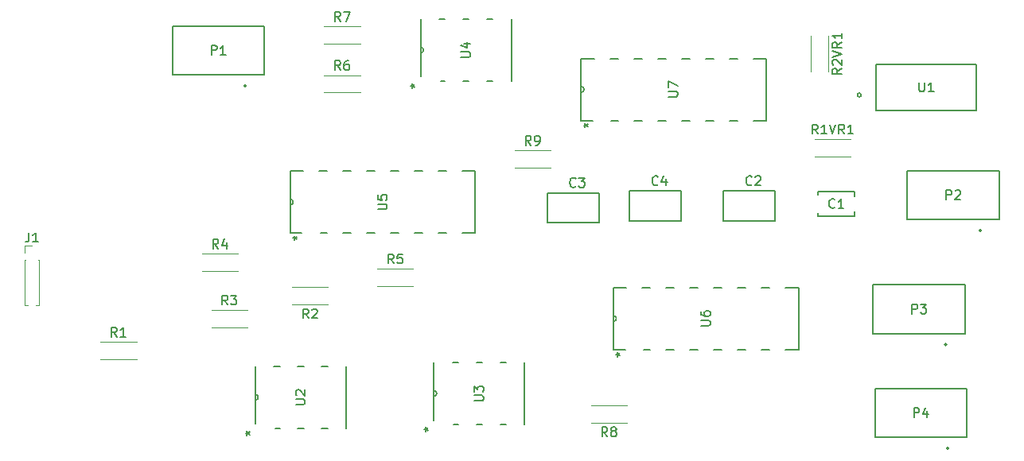
<source format=gbr>
%TF.GenerationSoftware,KiCad,Pcbnew,9.0.4*%
%TF.CreationDate,2025-12-16T09:54:38-07:00*%
%TF.ProjectId,BSPD kicad project,42535044-206b-4696-9361-642070726f6a,rev?*%
%TF.SameCoordinates,Original*%
%TF.FileFunction,Legend,Top*%
%TF.FilePolarity,Positive*%
%FSLAX46Y46*%
G04 Gerber Fmt 4.6, Leading zero omitted, Abs format (unit mm)*
G04 Created by KiCad (PCBNEW 9.0.4) date 2025-12-16 09:54:38*
%MOMM*%
%LPD*%
G01*
G04 APERTURE LIST*
%ADD10C,0.150000*%
%ADD11C,0.152400*%
%ADD12C,0.120000*%
%ADD13C,0.127000*%
G04 APERTURE END LIST*
D10*
X186249205Y-106258319D02*
X186249205Y-105258319D01*
X186249205Y-105258319D02*
X186630157Y-105258319D01*
X186630157Y-105258319D02*
X186725395Y-105305938D01*
X186725395Y-105305938D02*
X186773014Y-105353557D01*
X186773014Y-105353557D02*
X186820633Y-105448795D01*
X186820633Y-105448795D02*
X186820633Y-105591652D01*
X186820633Y-105591652D02*
X186773014Y-105686890D01*
X186773014Y-105686890D02*
X186725395Y-105734509D01*
X186725395Y-105734509D02*
X186630157Y-105782128D01*
X186630157Y-105782128D02*
X186249205Y-105782128D01*
X187677776Y-105591652D02*
X187677776Y-106258319D01*
X187439681Y-105210700D02*
X187201586Y-105924985D01*
X187201586Y-105924985D02*
X187820633Y-105924985D01*
X120454819Y-104901904D02*
X121264342Y-104901904D01*
X121264342Y-104901904D02*
X121359580Y-104854285D01*
X121359580Y-104854285D02*
X121407200Y-104806666D01*
X121407200Y-104806666D02*
X121454819Y-104711428D01*
X121454819Y-104711428D02*
X121454819Y-104520952D01*
X121454819Y-104520952D02*
X121407200Y-104425714D01*
X121407200Y-104425714D02*
X121359580Y-104378095D01*
X121359580Y-104378095D02*
X121264342Y-104330476D01*
X121264342Y-104330476D02*
X120454819Y-104330476D01*
X120550057Y-103901904D02*
X120502438Y-103854285D01*
X120502438Y-103854285D02*
X120454819Y-103759047D01*
X120454819Y-103759047D02*
X120454819Y-103520952D01*
X120454819Y-103520952D02*
X120502438Y-103425714D01*
X120502438Y-103425714D02*
X120550057Y-103378095D01*
X120550057Y-103378095D02*
X120645295Y-103330476D01*
X120645295Y-103330476D02*
X120740533Y-103330476D01*
X120740533Y-103330476D02*
X120883390Y-103378095D01*
X120883390Y-103378095D02*
X121454819Y-103949523D01*
X121454819Y-103949523D02*
X121454819Y-103330476D01*
X115120819Y-107949999D02*
X115358914Y-107949999D01*
X115263676Y-108188094D02*
X115358914Y-107949999D01*
X115358914Y-107949999D02*
X115263676Y-107711904D01*
X115549390Y-108092856D02*
X115358914Y-107949999D01*
X115358914Y-107949999D02*
X115549390Y-107807142D01*
X115120819Y-107949999D02*
X115358914Y-107949999D01*
X115263676Y-108188094D02*
X115358914Y-107949999D01*
X115358914Y-107949999D02*
X115263676Y-107711904D01*
X115549390Y-108092856D02*
X115358914Y-107949999D01*
X115358914Y-107949999D02*
X115549390Y-107807142D01*
X92066666Y-86584819D02*
X92066666Y-87299104D01*
X92066666Y-87299104D02*
X92019047Y-87441961D01*
X92019047Y-87441961D02*
X91923809Y-87537200D01*
X91923809Y-87537200D02*
X91780952Y-87584819D01*
X91780952Y-87584819D02*
X91685714Y-87584819D01*
X93066666Y-87584819D02*
X92495238Y-87584819D01*
X92780952Y-87584819D02*
X92780952Y-86584819D01*
X92780952Y-86584819D02*
X92685714Y-86727676D01*
X92685714Y-86727676D02*
X92590476Y-86822914D01*
X92590476Y-86822914D02*
X92495238Y-86870533D01*
X169008333Y-81464580D02*
X168960714Y-81512200D01*
X168960714Y-81512200D02*
X168817857Y-81559819D01*
X168817857Y-81559819D02*
X168722619Y-81559819D01*
X168722619Y-81559819D02*
X168579762Y-81512200D01*
X168579762Y-81512200D02*
X168484524Y-81416961D01*
X168484524Y-81416961D02*
X168436905Y-81321723D01*
X168436905Y-81321723D02*
X168389286Y-81131247D01*
X168389286Y-81131247D02*
X168389286Y-80988390D01*
X168389286Y-80988390D02*
X168436905Y-80797914D01*
X168436905Y-80797914D02*
X168484524Y-80702676D01*
X168484524Y-80702676D02*
X168579762Y-80607438D01*
X168579762Y-80607438D02*
X168722619Y-80559819D01*
X168722619Y-80559819D02*
X168817857Y-80559819D01*
X168817857Y-80559819D02*
X168960714Y-80607438D01*
X168960714Y-80607438D02*
X169008333Y-80655057D01*
X169389286Y-80655057D02*
X169436905Y-80607438D01*
X169436905Y-80607438D02*
X169532143Y-80559819D01*
X169532143Y-80559819D02*
X169770238Y-80559819D01*
X169770238Y-80559819D02*
X169865476Y-80607438D01*
X169865476Y-80607438D02*
X169913095Y-80655057D01*
X169913095Y-80655057D02*
X169960714Y-80750295D01*
X169960714Y-80750295D02*
X169960714Y-80845533D01*
X169960714Y-80845533D02*
X169913095Y-80988390D01*
X169913095Y-80988390D02*
X169341667Y-81559819D01*
X169341667Y-81559819D02*
X169960714Y-81559819D01*
X125233333Y-69274819D02*
X124900000Y-68798628D01*
X124661905Y-69274819D02*
X124661905Y-68274819D01*
X124661905Y-68274819D02*
X125042857Y-68274819D01*
X125042857Y-68274819D02*
X125138095Y-68322438D01*
X125138095Y-68322438D02*
X125185714Y-68370057D01*
X125185714Y-68370057D02*
X125233333Y-68465295D01*
X125233333Y-68465295D02*
X125233333Y-68608152D01*
X125233333Y-68608152D02*
X125185714Y-68703390D01*
X125185714Y-68703390D02*
X125138095Y-68751009D01*
X125138095Y-68751009D02*
X125042857Y-68798628D01*
X125042857Y-68798628D02*
X124661905Y-68798628D01*
X126090476Y-68274819D02*
X125900000Y-68274819D01*
X125900000Y-68274819D02*
X125804762Y-68322438D01*
X125804762Y-68322438D02*
X125757143Y-68370057D01*
X125757143Y-68370057D02*
X125661905Y-68512914D01*
X125661905Y-68512914D02*
X125614286Y-68703390D01*
X125614286Y-68703390D02*
X125614286Y-69084342D01*
X125614286Y-69084342D02*
X125661905Y-69179580D01*
X125661905Y-69179580D02*
X125709524Y-69227200D01*
X125709524Y-69227200D02*
X125804762Y-69274819D01*
X125804762Y-69274819D02*
X125995238Y-69274819D01*
X125995238Y-69274819D02*
X126090476Y-69227200D01*
X126090476Y-69227200D02*
X126138095Y-69179580D01*
X126138095Y-69179580D02*
X126185714Y-69084342D01*
X126185714Y-69084342D02*
X126185714Y-68846247D01*
X126185714Y-68846247D02*
X126138095Y-68751009D01*
X126138095Y-68751009D02*
X126090476Y-68703390D01*
X126090476Y-68703390D02*
X125995238Y-68655771D01*
X125995238Y-68655771D02*
X125804762Y-68655771D01*
X125804762Y-68655771D02*
X125709524Y-68703390D01*
X125709524Y-68703390D02*
X125661905Y-68751009D01*
X125661905Y-68751009D02*
X125614286Y-68846247D01*
X178574819Y-69111428D02*
X178098628Y-69444761D01*
X178574819Y-69682856D02*
X177574819Y-69682856D01*
X177574819Y-69682856D02*
X177574819Y-69301904D01*
X177574819Y-69301904D02*
X177622438Y-69206666D01*
X177622438Y-69206666D02*
X177670057Y-69159047D01*
X177670057Y-69159047D02*
X177765295Y-69111428D01*
X177765295Y-69111428D02*
X177908152Y-69111428D01*
X177908152Y-69111428D02*
X178003390Y-69159047D01*
X178003390Y-69159047D02*
X178051009Y-69206666D01*
X178051009Y-69206666D02*
X178098628Y-69301904D01*
X178098628Y-69301904D02*
X178098628Y-69682856D01*
X177670057Y-68730475D02*
X177622438Y-68682856D01*
X177622438Y-68682856D02*
X177574819Y-68587618D01*
X177574819Y-68587618D02*
X177574819Y-68349523D01*
X177574819Y-68349523D02*
X177622438Y-68254285D01*
X177622438Y-68254285D02*
X177670057Y-68206666D01*
X177670057Y-68206666D02*
X177765295Y-68159047D01*
X177765295Y-68159047D02*
X177860533Y-68159047D01*
X177860533Y-68159047D02*
X178003390Y-68206666D01*
X178003390Y-68206666D02*
X178574819Y-68778094D01*
X178574819Y-68778094D02*
X178574819Y-68159047D01*
X177574819Y-67873332D02*
X178574819Y-67539999D01*
X178574819Y-67539999D02*
X177574819Y-67206666D01*
X178574819Y-66301904D02*
X178098628Y-66635237D01*
X178574819Y-66873332D02*
X177574819Y-66873332D01*
X177574819Y-66873332D02*
X177574819Y-66492380D01*
X177574819Y-66492380D02*
X177622438Y-66397142D01*
X177622438Y-66397142D02*
X177670057Y-66349523D01*
X177670057Y-66349523D02*
X177765295Y-66301904D01*
X177765295Y-66301904D02*
X177908152Y-66301904D01*
X177908152Y-66301904D02*
X178003390Y-66349523D01*
X178003390Y-66349523D02*
X178051009Y-66397142D01*
X178051009Y-66397142D02*
X178098628Y-66492380D01*
X178098628Y-66492380D02*
X178098628Y-66873332D01*
X178574819Y-65349523D02*
X178574819Y-65920951D01*
X178574819Y-65635237D02*
X177574819Y-65635237D01*
X177574819Y-65635237D02*
X177717676Y-65730475D01*
X177717676Y-65730475D02*
X177812914Y-65825713D01*
X177812914Y-65825713D02*
X177860533Y-65920951D01*
X138044819Y-67911904D02*
X138854342Y-67911904D01*
X138854342Y-67911904D02*
X138949580Y-67864285D01*
X138949580Y-67864285D02*
X138997200Y-67816666D01*
X138997200Y-67816666D02*
X139044819Y-67721428D01*
X139044819Y-67721428D02*
X139044819Y-67530952D01*
X139044819Y-67530952D02*
X138997200Y-67435714D01*
X138997200Y-67435714D02*
X138949580Y-67388095D01*
X138949580Y-67388095D02*
X138854342Y-67340476D01*
X138854342Y-67340476D02*
X138044819Y-67340476D01*
X138378152Y-66435714D02*
X139044819Y-66435714D01*
X137997200Y-66673809D02*
X138711485Y-66911904D01*
X138711485Y-66911904D02*
X138711485Y-66292857D01*
X132710819Y-70959999D02*
X132948914Y-70959999D01*
X132853676Y-71198094D02*
X132948914Y-70959999D01*
X132948914Y-70959999D02*
X132853676Y-70721904D01*
X133139390Y-71102856D02*
X132948914Y-70959999D01*
X132948914Y-70959999D02*
X133139390Y-70817142D01*
X132710819Y-70959999D02*
X132948914Y-70959999D01*
X132853676Y-71198094D02*
X132948914Y-70959999D01*
X132948914Y-70959999D02*
X132853676Y-70721904D01*
X133139390Y-71102856D02*
X132948914Y-70959999D01*
X132948914Y-70959999D02*
X133139390Y-70817142D01*
X186788095Y-70582019D02*
X186788095Y-71391542D01*
X186788095Y-71391542D02*
X186835714Y-71486780D01*
X186835714Y-71486780D02*
X186883333Y-71534400D01*
X186883333Y-71534400D02*
X186978571Y-71582019D01*
X186978571Y-71582019D02*
X187169047Y-71582019D01*
X187169047Y-71582019D02*
X187264285Y-71534400D01*
X187264285Y-71534400D02*
X187311904Y-71486780D01*
X187311904Y-71486780D02*
X187359523Y-71391542D01*
X187359523Y-71391542D02*
X187359523Y-70582019D01*
X188359523Y-71582019D02*
X187788095Y-71582019D01*
X188073809Y-71582019D02*
X188073809Y-70582019D01*
X188073809Y-70582019D02*
X187978571Y-70724876D01*
X187978571Y-70724876D02*
X187883333Y-70820114D01*
X187883333Y-70820114D02*
X187788095Y-70867733D01*
X121833333Y-95714819D02*
X121500000Y-95238628D01*
X121261905Y-95714819D02*
X121261905Y-94714819D01*
X121261905Y-94714819D02*
X121642857Y-94714819D01*
X121642857Y-94714819D02*
X121738095Y-94762438D01*
X121738095Y-94762438D02*
X121785714Y-94810057D01*
X121785714Y-94810057D02*
X121833333Y-94905295D01*
X121833333Y-94905295D02*
X121833333Y-95048152D01*
X121833333Y-95048152D02*
X121785714Y-95143390D01*
X121785714Y-95143390D02*
X121738095Y-95191009D01*
X121738095Y-95191009D02*
X121642857Y-95238628D01*
X121642857Y-95238628D02*
X121261905Y-95238628D01*
X122214286Y-94810057D02*
X122261905Y-94762438D01*
X122261905Y-94762438D02*
X122357143Y-94714819D01*
X122357143Y-94714819D02*
X122595238Y-94714819D01*
X122595238Y-94714819D02*
X122690476Y-94762438D01*
X122690476Y-94762438D02*
X122738095Y-94810057D01*
X122738095Y-94810057D02*
X122785714Y-94905295D01*
X122785714Y-94905295D02*
X122785714Y-95000533D01*
X122785714Y-95000533D02*
X122738095Y-95143390D01*
X122738095Y-95143390D02*
X122166667Y-95714819D01*
X122166667Y-95714819D02*
X122785714Y-95714819D01*
X113233333Y-94274819D02*
X112900000Y-93798628D01*
X112661905Y-94274819D02*
X112661905Y-93274819D01*
X112661905Y-93274819D02*
X113042857Y-93274819D01*
X113042857Y-93274819D02*
X113138095Y-93322438D01*
X113138095Y-93322438D02*
X113185714Y-93370057D01*
X113185714Y-93370057D02*
X113233333Y-93465295D01*
X113233333Y-93465295D02*
X113233333Y-93608152D01*
X113233333Y-93608152D02*
X113185714Y-93703390D01*
X113185714Y-93703390D02*
X113138095Y-93751009D01*
X113138095Y-93751009D02*
X113042857Y-93798628D01*
X113042857Y-93798628D02*
X112661905Y-93798628D01*
X113566667Y-93274819D02*
X114185714Y-93274819D01*
X114185714Y-93274819D02*
X113852381Y-93655771D01*
X113852381Y-93655771D02*
X113995238Y-93655771D01*
X113995238Y-93655771D02*
X114090476Y-93703390D01*
X114090476Y-93703390D02*
X114138095Y-93751009D01*
X114138095Y-93751009D02*
X114185714Y-93846247D01*
X114185714Y-93846247D02*
X114185714Y-94084342D01*
X114185714Y-94084342D02*
X114138095Y-94179580D01*
X114138095Y-94179580D02*
X114090476Y-94227200D01*
X114090476Y-94227200D02*
X113995238Y-94274819D01*
X113995238Y-94274819D02*
X113709524Y-94274819D01*
X113709524Y-94274819D02*
X113614286Y-94227200D01*
X113614286Y-94227200D02*
X113566667Y-94179580D01*
X177833333Y-83899580D02*
X177785714Y-83947200D01*
X177785714Y-83947200D02*
X177642857Y-83994819D01*
X177642857Y-83994819D02*
X177547619Y-83994819D01*
X177547619Y-83994819D02*
X177404762Y-83947200D01*
X177404762Y-83947200D02*
X177309524Y-83851961D01*
X177309524Y-83851961D02*
X177261905Y-83756723D01*
X177261905Y-83756723D02*
X177214286Y-83566247D01*
X177214286Y-83566247D02*
X177214286Y-83423390D01*
X177214286Y-83423390D02*
X177261905Y-83232914D01*
X177261905Y-83232914D02*
X177309524Y-83137676D01*
X177309524Y-83137676D02*
X177404762Y-83042438D01*
X177404762Y-83042438D02*
X177547619Y-82994819D01*
X177547619Y-82994819D02*
X177642857Y-82994819D01*
X177642857Y-82994819D02*
X177785714Y-83042438D01*
X177785714Y-83042438D02*
X177833333Y-83090057D01*
X178785714Y-83994819D02*
X178214286Y-83994819D01*
X178500000Y-83994819D02*
X178500000Y-82994819D01*
X178500000Y-82994819D02*
X178404762Y-83137676D01*
X178404762Y-83137676D02*
X178309524Y-83232914D01*
X178309524Y-83232914D02*
X178214286Y-83280533D01*
X176028571Y-76074819D02*
X175695238Y-75598628D01*
X175457143Y-76074819D02*
X175457143Y-75074819D01*
X175457143Y-75074819D02*
X175838095Y-75074819D01*
X175838095Y-75074819D02*
X175933333Y-75122438D01*
X175933333Y-75122438D02*
X175980952Y-75170057D01*
X175980952Y-75170057D02*
X176028571Y-75265295D01*
X176028571Y-75265295D02*
X176028571Y-75408152D01*
X176028571Y-75408152D02*
X175980952Y-75503390D01*
X175980952Y-75503390D02*
X175933333Y-75551009D01*
X175933333Y-75551009D02*
X175838095Y-75598628D01*
X175838095Y-75598628D02*
X175457143Y-75598628D01*
X176980952Y-76074819D02*
X176409524Y-76074819D01*
X176695238Y-76074819D02*
X176695238Y-75074819D01*
X176695238Y-75074819D02*
X176600000Y-75217676D01*
X176600000Y-75217676D02*
X176504762Y-75312914D01*
X176504762Y-75312914D02*
X176409524Y-75360533D01*
X177266667Y-75074819D02*
X177600000Y-76074819D01*
X177600000Y-76074819D02*
X177933333Y-75074819D01*
X178838095Y-76074819D02*
X178504762Y-75598628D01*
X178266667Y-76074819D02*
X178266667Y-75074819D01*
X178266667Y-75074819D02*
X178647619Y-75074819D01*
X178647619Y-75074819D02*
X178742857Y-75122438D01*
X178742857Y-75122438D02*
X178790476Y-75170057D01*
X178790476Y-75170057D02*
X178838095Y-75265295D01*
X178838095Y-75265295D02*
X178838095Y-75408152D01*
X178838095Y-75408152D02*
X178790476Y-75503390D01*
X178790476Y-75503390D02*
X178742857Y-75551009D01*
X178742857Y-75551009D02*
X178647619Y-75598628D01*
X178647619Y-75598628D02*
X178266667Y-75598628D01*
X179790476Y-76074819D02*
X179219048Y-76074819D01*
X179504762Y-76074819D02*
X179504762Y-75074819D01*
X179504762Y-75074819D02*
X179409524Y-75217676D01*
X179409524Y-75217676D02*
X179314286Y-75312914D01*
X179314286Y-75312914D02*
X179219048Y-75360533D01*
X153633333Y-108314819D02*
X153300000Y-107838628D01*
X153061905Y-108314819D02*
X153061905Y-107314819D01*
X153061905Y-107314819D02*
X153442857Y-107314819D01*
X153442857Y-107314819D02*
X153538095Y-107362438D01*
X153538095Y-107362438D02*
X153585714Y-107410057D01*
X153585714Y-107410057D02*
X153633333Y-107505295D01*
X153633333Y-107505295D02*
X153633333Y-107648152D01*
X153633333Y-107648152D02*
X153585714Y-107743390D01*
X153585714Y-107743390D02*
X153538095Y-107791009D01*
X153538095Y-107791009D02*
X153442857Y-107838628D01*
X153442857Y-107838628D02*
X153061905Y-107838628D01*
X154204762Y-107743390D02*
X154109524Y-107695771D01*
X154109524Y-107695771D02*
X154061905Y-107648152D01*
X154061905Y-107648152D02*
X154014286Y-107552914D01*
X154014286Y-107552914D02*
X154014286Y-107505295D01*
X154014286Y-107505295D02*
X154061905Y-107410057D01*
X154061905Y-107410057D02*
X154109524Y-107362438D01*
X154109524Y-107362438D02*
X154204762Y-107314819D01*
X154204762Y-107314819D02*
X154395238Y-107314819D01*
X154395238Y-107314819D02*
X154490476Y-107362438D01*
X154490476Y-107362438D02*
X154538095Y-107410057D01*
X154538095Y-107410057D02*
X154585714Y-107505295D01*
X154585714Y-107505295D02*
X154585714Y-107552914D01*
X154585714Y-107552914D02*
X154538095Y-107648152D01*
X154538095Y-107648152D02*
X154490476Y-107695771D01*
X154490476Y-107695771D02*
X154395238Y-107743390D01*
X154395238Y-107743390D02*
X154204762Y-107743390D01*
X154204762Y-107743390D02*
X154109524Y-107791009D01*
X154109524Y-107791009D02*
X154061905Y-107838628D01*
X154061905Y-107838628D02*
X154014286Y-107933866D01*
X154014286Y-107933866D02*
X154014286Y-108124342D01*
X154014286Y-108124342D02*
X154061905Y-108219580D01*
X154061905Y-108219580D02*
X154109524Y-108267200D01*
X154109524Y-108267200D02*
X154204762Y-108314819D01*
X154204762Y-108314819D02*
X154395238Y-108314819D01*
X154395238Y-108314819D02*
X154490476Y-108267200D01*
X154490476Y-108267200D02*
X154538095Y-108219580D01*
X154538095Y-108219580D02*
X154585714Y-108124342D01*
X154585714Y-108124342D02*
X154585714Y-107933866D01*
X154585714Y-107933866D02*
X154538095Y-107838628D01*
X154538095Y-107838628D02*
X154490476Y-107791009D01*
X154490476Y-107791009D02*
X154395238Y-107743390D01*
X163574819Y-96511904D02*
X164384342Y-96511904D01*
X164384342Y-96511904D02*
X164479580Y-96464285D01*
X164479580Y-96464285D02*
X164527200Y-96416666D01*
X164527200Y-96416666D02*
X164574819Y-96321428D01*
X164574819Y-96321428D02*
X164574819Y-96130952D01*
X164574819Y-96130952D02*
X164527200Y-96035714D01*
X164527200Y-96035714D02*
X164479580Y-95988095D01*
X164479580Y-95988095D02*
X164384342Y-95940476D01*
X164384342Y-95940476D02*
X163574819Y-95940476D01*
X163574819Y-95035714D02*
X163574819Y-95226190D01*
X163574819Y-95226190D02*
X163622438Y-95321428D01*
X163622438Y-95321428D02*
X163670057Y-95369047D01*
X163670057Y-95369047D02*
X163812914Y-95464285D01*
X163812914Y-95464285D02*
X164003390Y-95511904D01*
X164003390Y-95511904D02*
X164384342Y-95511904D01*
X164384342Y-95511904D02*
X164479580Y-95464285D01*
X164479580Y-95464285D02*
X164527200Y-95416666D01*
X164527200Y-95416666D02*
X164574819Y-95321428D01*
X164574819Y-95321428D02*
X164574819Y-95130952D01*
X164574819Y-95130952D02*
X164527200Y-95035714D01*
X164527200Y-95035714D02*
X164479580Y-94988095D01*
X164479580Y-94988095D02*
X164384342Y-94940476D01*
X164384342Y-94940476D02*
X164146247Y-94940476D01*
X164146247Y-94940476D02*
X164051009Y-94988095D01*
X164051009Y-94988095D02*
X164003390Y-95035714D01*
X164003390Y-95035714D02*
X163955771Y-95130952D01*
X163955771Y-95130952D02*
X163955771Y-95321428D01*
X163955771Y-95321428D02*
X164003390Y-95416666D01*
X164003390Y-95416666D02*
X164051009Y-95464285D01*
X164051009Y-95464285D02*
X164146247Y-95511904D01*
X154545119Y-99559999D02*
X154783214Y-99559999D01*
X154687976Y-99798094D02*
X154783214Y-99559999D01*
X154783214Y-99559999D02*
X154687976Y-99321904D01*
X154973690Y-99702856D02*
X154783214Y-99559999D01*
X154783214Y-99559999D02*
X154973690Y-99417142D01*
X154545119Y-99559999D02*
X154783214Y-99559999D01*
X154687976Y-99798094D02*
X154783214Y-99559999D01*
X154783214Y-99559999D02*
X154687976Y-99321904D01*
X154973690Y-99702856D02*
X154783214Y-99559999D01*
X154783214Y-99559999D02*
X154973690Y-99417142D01*
X125233333Y-64074819D02*
X124900000Y-63598628D01*
X124661905Y-64074819D02*
X124661905Y-63074819D01*
X124661905Y-63074819D02*
X125042857Y-63074819D01*
X125042857Y-63074819D02*
X125138095Y-63122438D01*
X125138095Y-63122438D02*
X125185714Y-63170057D01*
X125185714Y-63170057D02*
X125233333Y-63265295D01*
X125233333Y-63265295D02*
X125233333Y-63408152D01*
X125233333Y-63408152D02*
X125185714Y-63503390D01*
X125185714Y-63503390D02*
X125138095Y-63551009D01*
X125138095Y-63551009D02*
X125042857Y-63598628D01*
X125042857Y-63598628D02*
X124661905Y-63598628D01*
X125566667Y-63074819D02*
X126233333Y-63074819D01*
X126233333Y-63074819D02*
X125804762Y-64074819D01*
X130893333Y-89874819D02*
X130560000Y-89398628D01*
X130321905Y-89874819D02*
X130321905Y-88874819D01*
X130321905Y-88874819D02*
X130702857Y-88874819D01*
X130702857Y-88874819D02*
X130798095Y-88922438D01*
X130798095Y-88922438D02*
X130845714Y-88970057D01*
X130845714Y-88970057D02*
X130893333Y-89065295D01*
X130893333Y-89065295D02*
X130893333Y-89208152D01*
X130893333Y-89208152D02*
X130845714Y-89303390D01*
X130845714Y-89303390D02*
X130798095Y-89351009D01*
X130798095Y-89351009D02*
X130702857Y-89398628D01*
X130702857Y-89398628D02*
X130321905Y-89398628D01*
X131798095Y-88874819D02*
X131321905Y-88874819D01*
X131321905Y-88874819D02*
X131274286Y-89351009D01*
X131274286Y-89351009D02*
X131321905Y-89303390D01*
X131321905Y-89303390D02*
X131417143Y-89255771D01*
X131417143Y-89255771D02*
X131655238Y-89255771D01*
X131655238Y-89255771D02*
X131750476Y-89303390D01*
X131750476Y-89303390D02*
X131798095Y-89351009D01*
X131798095Y-89351009D02*
X131845714Y-89446247D01*
X131845714Y-89446247D02*
X131845714Y-89684342D01*
X131845714Y-89684342D02*
X131798095Y-89779580D01*
X131798095Y-89779580D02*
X131750476Y-89827200D01*
X131750476Y-89827200D02*
X131655238Y-89874819D01*
X131655238Y-89874819D02*
X131417143Y-89874819D01*
X131417143Y-89874819D02*
X131321905Y-89827200D01*
X131321905Y-89827200D02*
X131274286Y-89779580D01*
X101433333Y-97674819D02*
X101100000Y-97198628D01*
X100861905Y-97674819D02*
X100861905Y-96674819D01*
X100861905Y-96674819D02*
X101242857Y-96674819D01*
X101242857Y-96674819D02*
X101338095Y-96722438D01*
X101338095Y-96722438D02*
X101385714Y-96770057D01*
X101385714Y-96770057D02*
X101433333Y-96865295D01*
X101433333Y-96865295D02*
X101433333Y-97008152D01*
X101433333Y-97008152D02*
X101385714Y-97103390D01*
X101385714Y-97103390D02*
X101338095Y-97151009D01*
X101338095Y-97151009D02*
X101242857Y-97198628D01*
X101242857Y-97198628D02*
X100861905Y-97198628D01*
X102385714Y-97674819D02*
X101814286Y-97674819D01*
X102100000Y-97674819D02*
X102100000Y-96674819D01*
X102100000Y-96674819D02*
X102004762Y-96817676D01*
X102004762Y-96817676D02*
X101909524Y-96912914D01*
X101909524Y-96912914D02*
X101814286Y-96960533D01*
X129174819Y-84111904D02*
X129984342Y-84111904D01*
X129984342Y-84111904D02*
X130079580Y-84064285D01*
X130079580Y-84064285D02*
X130127200Y-84016666D01*
X130127200Y-84016666D02*
X130174819Y-83921428D01*
X130174819Y-83921428D02*
X130174819Y-83730952D01*
X130174819Y-83730952D02*
X130127200Y-83635714D01*
X130127200Y-83635714D02*
X130079580Y-83588095D01*
X130079580Y-83588095D02*
X129984342Y-83540476D01*
X129984342Y-83540476D02*
X129174819Y-83540476D01*
X129174819Y-82588095D02*
X129174819Y-83064285D01*
X129174819Y-83064285D02*
X129651009Y-83111904D01*
X129651009Y-83111904D02*
X129603390Y-83064285D01*
X129603390Y-83064285D02*
X129555771Y-82969047D01*
X129555771Y-82969047D02*
X129555771Y-82730952D01*
X129555771Y-82730952D02*
X129603390Y-82635714D01*
X129603390Y-82635714D02*
X129651009Y-82588095D01*
X129651009Y-82588095D02*
X129746247Y-82540476D01*
X129746247Y-82540476D02*
X129984342Y-82540476D01*
X129984342Y-82540476D02*
X130079580Y-82588095D01*
X130079580Y-82588095D02*
X130127200Y-82635714D01*
X130127200Y-82635714D02*
X130174819Y-82730952D01*
X130174819Y-82730952D02*
X130174819Y-82969047D01*
X130174819Y-82969047D02*
X130127200Y-83064285D01*
X130127200Y-83064285D02*
X130079580Y-83111904D01*
X120145119Y-87159999D02*
X120383214Y-87159999D01*
X120287976Y-87398094D02*
X120383214Y-87159999D01*
X120383214Y-87159999D02*
X120287976Y-86921904D01*
X120573690Y-87302856D02*
X120383214Y-87159999D01*
X120383214Y-87159999D02*
X120573690Y-87017142D01*
X120145119Y-87159999D02*
X120383214Y-87159999D01*
X120287976Y-87398094D02*
X120383214Y-87159999D01*
X120383214Y-87159999D02*
X120287976Y-86921904D01*
X120573690Y-87302856D02*
X120383214Y-87159999D01*
X120383214Y-87159999D02*
X120573690Y-87017142D01*
X111509205Y-67658319D02*
X111509205Y-66658319D01*
X111509205Y-66658319D02*
X111890157Y-66658319D01*
X111890157Y-66658319D02*
X111985395Y-66705938D01*
X111985395Y-66705938D02*
X112033014Y-66753557D01*
X112033014Y-66753557D02*
X112080633Y-66848795D01*
X112080633Y-66848795D02*
X112080633Y-66991652D01*
X112080633Y-66991652D02*
X112033014Y-67086890D01*
X112033014Y-67086890D02*
X111985395Y-67134509D01*
X111985395Y-67134509D02*
X111890157Y-67182128D01*
X111890157Y-67182128D02*
X111509205Y-67182128D01*
X113033014Y-67658319D02*
X112461586Y-67658319D01*
X112747300Y-67658319D02*
X112747300Y-66658319D01*
X112747300Y-66658319D02*
X112652062Y-66801176D01*
X112652062Y-66801176D02*
X112556824Y-66896414D01*
X112556824Y-66896414D02*
X112461586Y-66944033D01*
X150258333Y-81664580D02*
X150210714Y-81712200D01*
X150210714Y-81712200D02*
X150067857Y-81759819D01*
X150067857Y-81759819D02*
X149972619Y-81759819D01*
X149972619Y-81759819D02*
X149829762Y-81712200D01*
X149829762Y-81712200D02*
X149734524Y-81616961D01*
X149734524Y-81616961D02*
X149686905Y-81521723D01*
X149686905Y-81521723D02*
X149639286Y-81331247D01*
X149639286Y-81331247D02*
X149639286Y-81188390D01*
X149639286Y-81188390D02*
X149686905Y-80997914D01*
X149686905Y-80997914D02*
X149734524Y-80902676D01*
X149734524Y-80902676D02*
X149829762Y-80807438D01*
X149829762Y-80807438D02*
X149972619Y-80759819D01*
X149972619Y-80759819D02*
X150067857Y-80759819D01*
X150067857Y-80759819D02*
X150210714Y-80807438D01*
X150210714Y-80807438D02*
X150258333Y-80855057D01*
X150591667Y-80759819D02*
X151210714Y-80759819D01*
X151210714Y-80759819D02*
X150877381Y-81140771D01*
X150877381Y-81140771D02*
X151020238Y-81140771D01*
X151020238Y-81140771D02*
X151115476Y-81188390D01*
X151115476Y-81188390D02*
X151163095Y-81236009D01*
X151163095Y-81236009D02*
X151210714Y-81331247D01*
X151210714Y-81331247D02*
X151210714Y-81569342D01*
X151210714Y-81569342D02*
X151163095Y-81664580D01*
X151163095Y-81664580D02*
X151115476Y-81712200D01*
X151115476Y-81712200D02*
X151020238Y-81759819D01*
X151020238Y-81759819D02*
X150734524Y-81759819D01*
X150734524Y-81759819D02*
X150639286Y-81712200D01*
X150639286Y-81712200D02*
X150591667Y-81664580D01*
X159008333Y-81464580D02*
X158960714Y-81512200D01*
X158960714Y-81512200D02*
X158817857Y-81559819D01*
X158817857Y-81559819D02*
X158722619Y-81559819D01*
X158722619Y-81559819D02*
X158579762Y-81512200D01*
X158579762Y-81512200D02*
X158484524Y-81416961D01*
X158484524Y-81416961D02*
X158436905Y-81321723D01*
X158436905Y-81321723D02*
X158389286Y-81131247D01*
X158389286Y-81131247D02*
X158389286Y-80988390D01*
X158389286Y-80988390D02*
X158436905Y-80797914D01*
X158436905Y-80797914D02*
X158484524Y-80702676D01*
X158484524Y-80702676D02*
X158579762Y-80607438D01*
X158579762Y-80607438D02*
X158722619Y-80559819D01*
X158722619Y-80559819D02*
X158817857Y-80559819D01*
X158817857Y-80559819D02*
X158960714Y-80607438D01*
X158960714Y-80607438D02*
X159008333Y-80655057D01*
X159865476Y-80893152D02*
X159865476Y-81559819D01*
X159627381Y-80512200D02*
X159389286Y-81226485D01*
X159389286Y-81226485D02*
X160008333Y-81226485D01*
X160134819Y-72111904D02*
X160944342Y-72111904D01*
X160944342Y-72111904D02*
X161039580Y-72064285D01*
X161039580Y-72064285D02*
X161087200Y-72016666D01*
X161087200Y-72016666D02*
X161134819Y-71921428D01*
X161134819Y-71921428D02*
X161134819Y-71730952D01*
X161134819Y-71730952D02*
X161087200Y-71635714D01*
X161087200Y-71635714D02*
X161039580Y-71588095D01*
X161039580Y-71588095D02*
X160944342Y-71540476D01*
X160944342Y-71540476D02*
X160134819Y-71540476D01*
X160134819Y-71159523D02*
X160134819Y-70492857D01*
X160134819Y-70492857D02*
X161134819Y-70921428D01*
X151105119Y-75159999D02*
X151343214Y-75159999D01*
X151247976Y-75398094D02*
X151343214Y-75159999D01*
X151343214Y-75159999D02*
X151247976Y-74921904D01*
X151533690Y-75302856D02*
X151343214Y-75159999D01*
X151343214Y-75159999D02*
X151533690Y-75017142D01*
X151105119Y-75159999D02*
X151343214Y-75159999D01*
X151247976Y-75398094D02*
X151343214Y-75159999D01*
X151343214Y-75159999D02*
X151247976Y-74921904D01*
X151533690Y-75302856D02*
X151343214Y-75159999D01*
X151343214Y-75159999D02*
X151533690Y-75017142D01*
X189709205Y-83058319D02*
X189709205Y-82058319D01*
X189709205Y-82058319D02*
X190090157Y-82058319D01*
X190090157Y-82058319D02*
X190185395Y-82105938D01*
X190185395Y-82105938D02*
X190233014Y-82153557D01*
X190233014Y-82153557D02*
X190280633Y-82248795D01*
X190280633Y-82248795D02*
X190280633Y-82391652D01*
X190280633Y-82391652D02*
X190233014Y-82486890D01*
X190233014Y-82486890D02*
X190185395Y-82534509D01*
X190185395Y-82534509D02*
X190090157Y-82582128D01*
X190090157Y-82582128D02*
X189709205Y-82582128D01*
X190661586Y-82153557D02*
X190709205Y-82105938D01*
X190709205Y-82105938D02*
X190804443Y-82058319D01*
X190804443Y-82058319D02*
X191042538Y-82058319D01*
X191042538Y-82058319D02*
X191137776Y-82105938D01*
X191137776Y-82105938D02*
X191185395Y-82153557D01*
X191185395Y-82153557D02*
X191233014Y-82248795D01*
X191233014Y-82248795D02*
X191233014Y-82344033D01*
X191233014Y-82344033D02*
X191185395Y-82486890D01*
X191185395Y-82486890D02*
X190613967Y-83058319D01*
X190613967Y-83058319D02*
X191233014Y-83058319D01*
X145493333Y-77274819D02*
X145160000Y-76798628D01*
X144921905Y-77274819D02*
X144921905Y-76274819D01*
X144921905Y-76274819D02*
X145302857Y-76274819D01*
X145302857Y-76274819D02*
X145398095Y-76322438D01*
X145398095Y-76322438D02*
X145445714Y-76370057D01*
X145445714Y-76370057D02*
X145493333Y-76465295D01*
X145493333Y-76465295D02*
X145493333Y-76608152D01*
X145493333Y-76608152D02*
X145445714Y-76703390D01*
X145445714Y-76703390D02*
X145398095Y-76751009D01*
X145398095Y-76751009D02*
X145302857Y-76798628D01*
X145302857Y-76798628D02*
X144921905Y-76798628D01*
X145969524Y-77274819D02*
X146160000Y-77274819D01*
X146160000Y-77274819D02*
X146255238Y-77227200D01*
X146255238Y-77227200D02*
X146302857Y-77179580D01*
X146302857Y-77179580D02*
X146398095Y-77036723D01*
X146398095Y-77036723D02*
X146445714Y-76846247D01*
X146445714Y-76846247D02*
X146445714Y-76465295D01*
X146445714Y-76465295D02*
X146398095Y-76370057D01*
X146398095Y-76370057D02*
X146350476Y-76322438D01*
X146350476Y-76322438D02*
X146255238Y-76274819D01*
X146255238Y-76274819D02*
X146064762Y-76274819D01*
X146064762Y-76274819D02*
X145969524Y-76322438D01*
X145969524Y-76322438D02*
X145921905Y-76370057D01*
X145921905Y-76370057D02*
X145874286Y-76465295D01*
X145874286Y-76465295D02*
X145874286Y-76703390D01*
X145874286Y-76703390D02*
X145921905Y-76798628D01*
X145921905Y-76798628D02*
X145969524Y-76846247D01*
X145969524Y-76846247D02*
X146064762Y-76893866D01*
X146064762Y-76893866D02*
X146255238Y-76893866D01*
X146255238Y-76893866D02*
X146350476Y-76846247D01*
X146350476Y-76846247D02*
X146398095Y-76798628D01*
X146398095Y-76798628D02*
X146445714Y-76703390D01*
X139454819Y-104501904D02*
X140264342Y-104501904D01*
X140264342Y-104501904D02*
X140359580Y-104454285D01*
X140359580Y-104454285D02*
X140407200Y-104406666D01*
X140407200Y-104406666D02*
X140454819Y-104311428D01*
X140454819Y-104311428D02*
X140454819Y-104120952D01*
X140454819Y-104120952D02*
X140407200Y-104025714D01*
X140407200Y-104025714D02*
X140359580Y-103978095D01*
X140359580Y-103978095D02*
X140264342Y-103930476D01*
X140264342Y-103930476D02*
X139454819Y-103930476D01*
X139454819Y-103549523D02*
X139454819Y-102930476D01*
X139454819Y-102930476D02*
X139835771Y-103263809D01*
X139835771Y-103263809D02*
X139835771Y-103120952D01*
X139835771Y-103120952D02*
X139883390Y-103025714D01*
X139883390Y-103025714D02*
X139931009Y-102978095D01*
X139931009Y-102978095D02*
X140026247Y-102930476D01*
X140026247Y-102930476D02*
X140264342Y-102930476D01*
X140264342Y-102930476D02*
X140359580Y-102978095D01*
X140359580Y-102978095D02*
X140407200Y-103025714D01*
X140407200Y-103025714D02*
X140454819Y-103120952D01*
X140454819Y-103120952D02*
X140454819Y-103406666D01*
X140454819Y-103406666D02*
X140407200Y-103501904D01*
X140407200Y-103501904D02*
X140359580Y-103549523D01*
X134120819Y-107549999D02*
X134358914Y-107549999D01*
X134263676Y-107788094D02*
X134358914Y-107549999D01*
X134358914Y-107549999D02*
X134263676Y-107311904D01*
X134549390Y-107692856D02*
X134358914Y-107549999D01*
X134358914Y-107549999D02*
X134549390Y-107407142D01*
X134120819Y-107549999D02*
X134358914Y-107549999D01*
X134263676Y-107788094D02*
X134358914Y-107549999D01*
X134358914Y-107549999D02*
X134263676Y-107311904D01*
X134549390Y-107692856D02*
X134358914Y-107549999D01*
X134358914Y-107549999D02*
X134549390Y-107407142D01*
X112233333Y-88274819D02*
X111900000Y-87798628D01*
X111661905Y-88274819D02*
X111661905Y-87274819D01*
X111661905Y-87274819D02*
X112042857Y-87274819D01*
X112042857Y-87274819D02*
X112138095Y-87322438D01*
X112138095Y-87322438D02*
X112185714Y-87370057D01*
X112185714Y-87370057D02*
X112233333Y-87465295D01*
X112233333Y-87465295D02*
X112233333Y-87608152D01*
X112233333Y-87608152D02*
X112185714Y-87703390D01*
X112185714Y-87703390D02*
X112138095Y-87751009D01*
X112138095Y-87751009D02*
X112042857Y-87798628D01*
X112042857Y-87798628D02*
X111661905Y-87798628D01*
X113090476Y-87608152D02*
X113090476Y-88274819D01*
X112852381Y-87227200D02*
X112614286Y-87941485D01*
X112614286Y-87941485D02*
X113233333Y-87941485D01*
X186061905Y-95223319D02*
X186061905Y-94223319D01*
X186061905Y-94223319D02*
X186442857Y-94223319D01*
X186442857Y-94223319D02*
X186538095Y-94270938D01*
X186538095Y-94270938D02*
X186585714Y-94318557D01*
X186585714Y-94318557D02*
X186633333Y-94413795D01*
X186633333Y-94413795D02*
X186633333Y-94556652D01*
X186633333Y-94556652D02*
X186585714Y-94651890D01*
X186585714Y-94651890D02*
X186538095Y-94699509D01*
X186538095Y-94699509D02*
X186442857Y-94747128D01*
X186442857Y-94747128D02*
X186061905Y-94747128D01*
X186966667Y-94223319D02*
X187585714Y-94223319D01*
X187585714Y-94223319D02*
X187252381Y-94604271D01*
X187252381Y-94604271D02*
X187395238Y-94604271D01*
X187395238Y-94604271D02*
X187490476Y-94651890D01*
X187490476Y-94651890D02*
X187538095Y-94699509D01*
X187538095Y-94699509D02*
X187585714Y-94794747D01*
X187585714Y-94794747D02*
X187585714Y-95032842D01*
X187585714Y-95032842D02*
X187538095Y-95128080D01*
X187538095Y-95128080D02*
X187490476Y-95175700D01*
X187490476Y-95175700D02*
X187395238Y-95223319D01*
X187395238Y-95223319D02*
X187109524Y-95223319D01*
X187109524Y-95223319D02*
X187014286Y-95175700D01*
X187014286Y-95175700D02*
X186966667Y-95128080D01*
D11*
%TO.C,P4*%
X182097800Y-103200000D02*
X182097800Y-108407000D01*
X182097800Y-108407000D02*
X191876800Y-108407000D01*
X191876800Y-103200000D02*
X182097800Y-103200000D01*
X191876800Y-108407000D02*
X191876800Y-103200000D01*
X189959100Y-109550000D02*
G75*
G02*
X189705100Y-109550000I-127000J0D01*
G01*
X189705100Y-109550000D02*
G75*
G02*
X189959100Y-109550000I127000J0D01*
G01*
%TO.C,U2*%
X116174000Y-100838000D02*
X116174000Y-106973058D01*
X118284740Y-107442000D02*
X118760262Y-107442000D01*
X118760262Y-100838000D02*
X118159738Y-100838000D01*
X120699738Y-107442000D02*
X121300262Y-107442000D01*
X121300262Y-100838000D02*
X120699738Y-100838000D01*
X123239738Y-107442000D02*
X123840262Y-107442000D01*
X123840262Y-100838000D02*
X123239738Y-100838000D01*
X125826000Y-107442000D02*
X125826000Y-100838000D01*
X116174000Y-103835200D02*
G75*
G02*
X116174000Y-104444800I0J-304800D01*
G01*
D12*
%TO.C,J1*%
X91655000Y-88005000D02*
X92400000Y-88005000D01*
X91655000Y-88740000D02*
X91655000Y-88005000D01*
X91655000Y-89475000D02*
X91655000Y-94350000D01*
X91655000Y-89475000D02*
X91714435Y-89475000D01*
X91655000Y-94350000D02*
X91989970Y-94350000D01*
X92810030Y-94350000D02*
X93145000Y-94350000D01*
X93085565Y-89475000D02*
X93145000Y-89475000D01*
X93145000Y-89475000D02*
X93145000Y-94350000D01*
D13*
%TO.C,C2*%
X166000000Y-82165000D02*
X171500000Y-82165000D01*
X166000000Y-85315000D02*
X166000000Y-82165000D01*
X171500000Y-85315000D02*
X166000000Y-85315000D01*
X171500000Y-85315000D02*
X171500000Y-82165000D01*
D12*
%TO.C,R6*%
X123480000Y-69820000D02*
X127320000Y-69820000D01*
X123480000Y-71660000D02*
X127320000Y-71660000D01*
%TO.C,R2VR1*%
X175280000Y-65620000D02*
X175280000Y-69460000D01*
X177120000Y-65620000D02*
X177120000Y-69460000D01*
D11*
%TO.C,U4*%
X133764000Y-63848000D02*
X133764000Y-69983058D01*
X135874740Y-70452000D02*
X136350262Y-70452000D01*
X136350262Y-63848000D02*
X135749738Y-63848000D01*
X138289738Y-70452000D02*
X138890262Y-70452000D01*
X138890262Y-63848000D02*
X138289738Y-63848000D01*
X140829738Y-70452000D02*
X141430262Y-70452000D01*
X141430262Y-63848000D02*
X140829738Y-63848000D01*
X143416000Y-70452000D02*
X143416000Y-63848000D01*
X133764000Y-66845200D02*
G75*
G02*
X133764000Y-67454800I0J-304800D01*
G01*
%TO.C,U1*%
X182216000Y-68701500D02*
X182216000Y-73552900D01*
X182216000Y-73552900D02*
X192884000Y-73552900D01*
X192884000Y-68701500D02*
X182216000Y-68701500D01*
X192884000Y-73552900D02*
X192884000Y-68701500D01*
X180641200Y-71940000D02*
G75*
G02*
X180234800Y-71940000I-203200J0D01*
G01*
X180234800Y-71940000D02*
G75*
G02*
X180641200Y-71940000I203200J0D01*
G01*
D12*
%TO.C,R2*%
X123920000Y-92420000D02*
X120080000Y-92420000D01*
X123920000Y-94260000D02*
X120080000Y-94260000D01*
%TO.C,R3*%
X111480000Y-94820000D02*
X115320000Y-94820000D01*
X111480000Y-96660000D02*
X115320000Y-96660000D01*
D11*
%TO.C,C1*%
X176069600Y-82257300D02*
X176069600Y-82546860D01*
X176069600Y-84533140D02*
X176069600Y-84822700D01*
X179930400Y-82257300D02*
X176069600Y-82257300D01*
X179930400Y-82257300D02*
X179930400Y-82726435D01*
X179930400Y-84353565D02*
X179930400Y-84822700D01*
X179930400Y-84822700D02*
X176069600Y-84822700D01*
D12*
%TO.C,R1VR1*%
X175680000Y-76620000D02*
X179520000Y-76620000D01*
X175680000Y-78460000D02*
X179520000Y-78460000D01*
%TO.C,R8*%
X155720000Y-105020000D02*
X151880000Y-105020000D01*
X155720000Y-106860000D02*
X151880000Y-106860000D01*
D11*
%TO.C,U6*%
X154277500Y-92448000D02*
X154277500Y-99052000D01*
X154277500Y-99052000D02*
X155519560Y-99052000D01*
X155661431Y-92448000D02*
X154277500Y-92448000D01*
X157480440Y-99052000D02*
X158201431Y-99052000D01*
X158201431Y-92448000D02*
X157338569Y-92448000D01*
X159878569Y-99052000D02*
X160741431Y-99052000D01*
X160741431Y-92448000D02*
X159878569Y-92448000D01*
X162418569Y-99052000D02*
X163281431Y-99052000D01*
X163281431Y-92448000D02*
X162418569Y-92448000D01*
X164958569Y-99052000D02*
X165821431Y-99052000D01*
X165821431Y-92448000D02*
X164958569Y-92448000D01*
X167498569Y-99052000D02*
X168361431Y-99052000D01*
X168361431Y-92448000D02*
X167498569Y-92448000D01*
X170038569Y-99052000D02*
X170901431Y-99052000D01*
X170901431Y-92448000D02*
X170038569Y-92448000D01*
X172578569Y-99052000D02*
X173962500Y-99052000D01*
X173962500Y-92448000D02*
X172578569Y-92448000D01*
X173962500Y-99052000D02*
X173962500Y-92448000D01*
X154277500Y-95445200D02*
G75*
G02*
X154277500Y-96054800I0J-304800D01*
G01*
D12*
%TO.C,R7*%
X123480000Y-64620000D02*
X127320000Y-64620000D01*
X123480000Y-66460000D02*
X127320000Y-66460000D01*
%TO.C,R5*%
X129140000Y-90420000D02*
X132980000Y-90420000D01*
X129140000Y-92260000D02*
X132980000Y-92260000D01*
%TO.C,R1*%
X99680000Y-98220000D02*
X103520000Y-98220000D01*
X99680000Y-100060000D02*
X103520000Y-100060000D01*
D11*
%TO.C,U5*%
X119877500Y-80048000D02*
X119877500Y-86652000D01*
X119877500Y-86652000D02*
X121119560Y-86652000D01*
X121261431Y-80048000D02*
X119877500Y-80048000D01*
X123080440Y-86652000D02*
X123801431Y-86652000D01*
X123801431Y-80048000D02*
X122938569Y-80048000D01*
X125478569Y-86652000D02*
X126341431Y-86652000D01*
X126341431Y-80048000D02*
X125478569Y-80048000D01*
X128018569Y-86652000D02*
X128881431Y-86652000D01*
X128881431Y-80048000D02*
X128018569Y-80048000D01*
X130558569Y-86652000D02*
X131421431Y-86652000D01*
X131421431Y-80048000D02*
X130558569Y-80048000D01*
X133098569Y-86652000D02*
X133961431Y-86652000D01*
X133961431Y-80048000D02*
X133098569Y-80048000D01*
X135638569Y-86652000D02*
X136501431Y-86652000D01*
X136501431Y-80048000D02*
X135638569Y-80048000D01*
X138178569Y-86652000D02*
X139562500Y-86652000D01*
X139562500Y-80048000D02*
X138178569Y-80048000D01*
X139562500Y-86652000D02*
X139562500Y-80048000D01*
X119877500Y-83045200D02*
G75*
G02*
X119877500Y-83654800I0J-304800D01*
G01*
%TO.C,P1*%
X107357800Y-64600000D02*
X107357800Y-69807000D01*
X107357800Y-69807000D02*
X117136800Y-69807000D01*
X117136800Y-64600000D02*
X107357800Y-64600000D01*
X117136800Y-69807000D02*
X117136800Y-64600000D01*
X115219100Y-70950000D02*
G75*
G02*
X114965100Y-70950000I-127000J0D01*
G01*
X114965100Y-70950000D02*
G75*
G02*
X115219100Y-70950000I127000J0D01*
G01*
D13*
%TO.C,C3*%
X147250000Y-82365000D02*
X152750000Y-82365000D01*
X147250000Y-85515000D02*
X147250000Y-82365000D01*
X152750000Y-85515000D02*
X147250000Y-85515000D01*
X152750000Y-85515000D02*
X152750000Y-82365000D01*
%TO.C,C4*%
X156000000Y-82165000D02*
X161500000Y-82165000D01*
X156000000Y-85315000D02*
X156000000Y-82165000D01*
X161500000Y-85315000D02*
X156000000Y-85315000D01*
X161500000Y-85315000D02*
X161500000Y-82165000D01*
D11*
%TO.C,U7*%
X150837500Y-68048000D02*
X150837500Y-74652000D01*
X150837500Y-74652000D02*
X152079560Y-74652000D01*
X152221431Y-68048000D02*
X150837500Y-68048000D01*
X154040440Y-74652000D02*
X154761431Y-74652000D01*
X154761431Y-68048000D02*
X153898569Y-68048000D01*
X156438569Y-74652000D02*
X157301431Y-74652000D01*
X157301431Y-68048000D02*
X156438569Y-68048000D01*
X158978569Y-74652000D02*
X159841431Y-74652000D01*
X159841431Y-68048000D02*
X158978569Y-68048000D01*
X161518569Y-74652000D02*
X162381431Y-74652000D01*
X162381431Y-68048000D02*
X161518569Y-68048000D01*
X164058569Y-74652000D02*
X164921431Y-74652000D01*
X164921431Y-68048000D02*
X164058569Y-68048000D01*
X166598569Y-74652000D02*
X167461431Y-74652000D01*
X167461431Y-68048000D02*
X166598569Y-68048000D01*
X169138569Y-74652000D02*
X170522500Y-74652000D01*
X170522500Y-68048000D02*
X169138569Y-68048000D01*
X170522500Y-74652000D02*
X170522500Y-68048000D01*
X150837500Y-71045200D02*
G75*
G02*
X150837500Y-71654800I0J-304800D01*
G01*
%TO.C,P2*%
X185557800Y-80000000D02*
X185557800Y-85207000D01*
X185557800Y-85207000D02*
X195336800Y-85207000D01*
X195336800Y-80000000D02*
X185557800Y-80000000D01*
X195336800Y-85207000D02*
X195336800Y-80000000D01*
X193419100Y-86350000D02*
G75*
G02*
X193165100Y-86350000I-127000J0D01*
G01*
X193165100Y-86350000D02*
G75*
G02*
X193419100Y-86350000I127000J0D01*
G01*
D12*
%TO.C,R9*%
X143740000Y-77820000D02*
X147580000Y-77820000D01*
X143740000Y-79660000D02*
X147580000Y-79660000D01*
D11*
%TO.C,U3*%
X135174000Y-100438000D02*
X135174000Y-106573058D01*
X137284740Y-107042000D02*
X137760262Y-107042000D01*
X137760262Y-100438000D02*
X137159738Y-100438000D01*
X139699738Y-107042000D02*
X140300262Y-107042000D01*
X140300262Y-100438000D02*
X139699738Y-100438000D01*
X142239738Y-107042000D02*
X142840262Y-107042000D01*
X142840262Y-100438000D02*
X142239738Y-100438000D01*
X144826000Y-107042000D02*
X144826000Y-100438000D01*
X135174000Y-103435200D02*
G75*
G02*
X135174000Y-104044800I0J-304800D01*
G01*
D12*
%TO.C,R4*%
X110480000Y-88820000D02*
X114320000Y-88820000D01*
X110480000Y-90660000D02*
X114320000Y-90660000D01*
D11*
%TO.C,P3*%
X181910500Y-92165000D02*
X181910500Y-97372000D01*
X181910500Y-97372000D02*
X191689500Y-97372000D01*
X191689500Y-92165000D02*
X181910500Y-92165000D01*
X191689500Y-97372000D02*
X191689500Y-92165000D01*
X189771800Y-98515000D02*
G75*
G02*
X189517800Y-98515000I-127000J0D01*
G01*
X189517800Y-98515000D02*
G75*
G02*
X189771800Y-98515000I127000J0D01*
G01*
%TD*%
M02*

</source>
